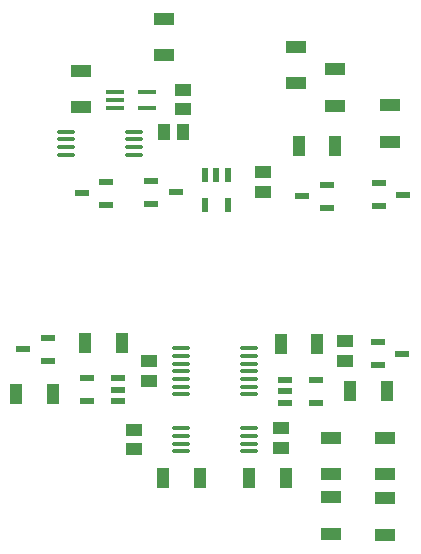
<source format=gbr>
%TF.GenerationSoftware,KiCad,Pcbnew,8.0.2*%
%TF.CreationDate,2024-06-16T16:44:15+02:00*%
%TF.ProjectId,AMS_IMD_Reset,414d535f-494d-4445-9f52-657365742e6b,rev?*%
%TF.SameCoordinates,Original*%
%TF.FileFunction,Paste,Top*%
%TF.FilePolarity,Positive*%
%FSLAX46Y46*%
G04 Gerber Fmt 4.6, Leading zero omitted, Abs format (unit mm)*
G04 Created by KiCad (PCBNEW 8.0.2) date 2024-06-16 16:44:15*
%MOMM*%
%LPD*%
G01*
G04 APERTURE LIST*
G04 Aperture macros list*
%AMRoundRect*
0 Rectangle with rounded corners*
0 $1 Rounding radius*
0 $2 $3 $4 $5 $6 $7 $8 $9 X,Y pos of 4 corners*
0 Add a 4 corners polygon primitive as box body*
4,1,4,$2,$3,$4,$5,$6,$7,$8,$9,$2,$3,0*
0 Add four circle primitives for the rounded corners*
1,1,$1+$1,$2,$3*
1,1,$1+$1,$4,$5*
1,1,$1+$1,$6,$7*
1,1,$1+$1,$8,$9*
0 Add four rect primitives between the rounded corners*
20,1,$1+$1,$2,$3,$4,$5,0*
20,1,$1+$1,$4,$5,$6,$7,0*
20,1,$1+$1,$6,$7,$8,$9,0*
20,1,$1+$1,$8,$9,$2,$3,0*%
G04 Aperture macros list end*
%ADD10R,1.800000X1.050000*%
%ADD11RoundRect,0.100000X-0.650000X-0.100000X0.650000X-0.100000X0.650000X0.100000X-0.650000X0.100000X0*%
%ADD12RoundRect,0.100000X-0.637500X-0.100000X0.637500X-0.100000X0.637500X0.100000X-0.637500X0.100000X0*%
%ADD13R,1.300000X0.600000*%
%ADD14R,1.050000X1.800000*%
%ADD15R,1.470000X1.070000*%
%ADD16R,0.600000X1.150000*%
%ADD17R,1.150000X0.600000*%
%ADD18R,1.070000X1.470000*%
G04 APERTURE END LIST*
D10*
%TO.C,R18*%
X190017400Y-75057600D03*
X190017400Y-71957600D03*
%TD*%
%TO.C,R9*%
X192963800Y-110108400D03*
X192963800Y-113208400D03*
%TD*%
D11*
%TO.C,U2*%
X174692000Y-75804000D03*
X174692000Y-76454000D03*
X174692000Y-77104000D03*
X177352000Y-77104000D03*
X177352000Y-75804000D03*
%TD*%
D12*
%TO.C,QU1*%
X180271500Y-97490400D03*
X180271500Y-98140400D03*
X180271500Y-98790400D03*
X180271500Y-99440400D03*
X180271500Y-100090400D03*
X180271500Y-100740400D03*
X180271500Y-101390400D03*
X185996500Y-101390400D03*
X185996500Y-100740400D03*
X185996500Y-100090400D03*
X185996500Y-99440400D03*
X185996500Y-98790400D03*
X185996500Y-98140400D03*
X185996500Y-97490400D03*
%TD*%
D10*
%TO.C,R7*%
X197535800Y-110159200D03*
X197535800Y-113259200D03*
%TD*%
D13*
%TO.C,Q3*%
X196968400Y-83530400D03*
X196968400Y-85430400D03*
X199068400Y-84480400D03*
%TD*%
%TO.C,Q2*%
X177732000Y-83327200D03*
X177732000Y-85227200D03*
X179832000Y-84277200D03*
%TD*%
D14*
%TO.C,R2*%
X181839200Y-108432000D03*
X178739200Y-108432000D03*
%TD*%
D15*
%TO.C,C4*%
X194106800Y-96893800D03*
X194106800Y-98533800D03*
%TD*%
D14*
%TO.C,R6*%
X172135200Y-97002600D03*
X175235200Y-97002600D03*
%TD*%
D10*
%TO.C,R4*%
X171805600Y-73989600D03*
X171805600Y-77089600D03*
%TD*%
%TO.C,R15*%
X193294000Y-73862600D03*
X193294000Y-76962600D03*
%TD*%
D15*
%TO.C,C8*%
X188671200Y-104259200D03*
X188671200Y-105899200D03*
%TD*%
%TO.C,C6*%
X176276000Y-104386800D03*
X176276000Y-106026800D03*
%TD*%
D16*
%TO.C,G3*%
X184185600Y-82774000D03*
X183235600Y-82774000D03*
X182285600Y-82774000D03*
X182285600Y-85374000D03*
X184185600Y-85374000D03*
%TD*%
D13*
%TO.C,Q5*%
X168944000Y-98536800D03*
X168944000Y-96636800D03*
X166844000Y-97586800D03*
%TD*%
D10*
%TO.C,R10*%
X192963800Y-105053800D03*
X192963800Y-108153800D03*
%TD*%
D12*
%TO.C,DU2*%
X170517900Y-79136600D03*
X170517900Y-79786600D03*
X170517900Y-80436600D03*
X170517900Y-81086600D03*
X176242900Y-81086600D03*
X176242900Y-80436600D03*
X176242900Y-79786600D03*
X176242900Y-79136600D03*
%TD*%
D13*
%TO.C,Q6*%
X196883600Y-96992400D03*
X196883600Y-98892400D03*
X198983600Y-97942400D03*
%TD*%
%TO.C,Q1*%
X173922400Y-85328800D03*
X173922400Y-83428800D03*
X171822400Y-84378800D03*
%TD*%
D10*
%TO.C,R1*%
X178841400Y-72695400D03*
X178841400Y-69595400D03*
%TD*%
D15*
%TO.C,C7*%
X177546000Y-98595600D03*
X177546000Y-100235600D03*
%TD*%
D14*
%TO.C,R16*%
X193294600Y-80365600D03*
X190194600Y-80365600D03*
%TD*%
D17*
%TO.C,G2*%
X189047600Y-100192800D03*
X189047600Y-101142800D03*
X189047600Y-102092800D03*
X191647600Y-102092800D03*
X191647600Y-100192800D03*
%TD*%
D15*
%TO.C,C5*%
X187198000Y-82593600D03*
X187198000Y-84233600D03*
%TD*%
D10*
%TO.C,R17*%
X197916800Y-79985200D03*
X197916800Y-76885200D03*
%TD*%
D14*
%TO.C,R12*%
X194588800Y-101142800D03*
X197688800Y-101142800D03*
%TD*%
%TO.C,R5*%
X188696000Y-97129600D03*
X191796000Y-97129600D03*
%TD*%
%TO.C,R3*%
X186003600Y-108432000D03*
X189103600Y-108432000D03*
%TD*%
D17*
%TO.C,G1*%
X174883600Y-101940400D03*
X174883600Y-100990400D03*
X174883600Y-100040400D03*
X172283600Y-100040400D03*
X172283600Y-101940400D03*
%TD*%
D10*
%TO.C,R8*%
X197485000Y-105053800D03*
X197485000Y-108153800D03*
%TD*%
D15*
%TO.C,C2*%
X180390800Y-77223200D03*
X180390800Y-75583200D03*
%TD*%
D13*
%TO.C,Q4*%
X192616800Y-85582800D03*
X192616800Y-83682800D03*
X190516800Y-84632800D03*
%TD*%
D18*
%TO.C,C3*%
X180448800Y-79197200D03*
X178808800Y-79197200D03*
%TD*%
D14*
%TO.C,R11*%
X169393200Y-101371400D03*
X166293200Y-101371400D03*
%TD*%
D12*
%TO.C,DU1*%
X180271500Y-104256600D03*
X180271500Y-104906600D03*
X180271500Y-105556600D03*
X180271500Y-106206600D03*
X185996500Y-106206600D03*
X185996500Y-105556600D03*
X185996500Y-104906600D03*
X185996500Y-104256600D03*
%TD*%
M02*

</source>
